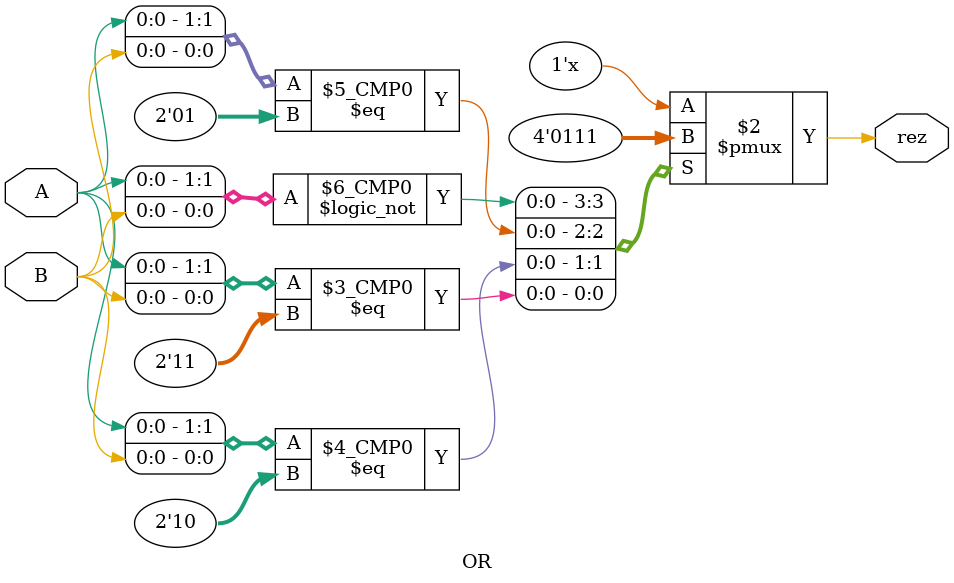
<source format=v>
`timescale 1ns / 1ps


// or edhe pse o built in primitive..
module OR(
    input A,
    input B,
    output reg rez
);

always @* begin
    case({A,B})
        2'b00: rez = 1'b0;
        2'b01: rez = 1'b1;
        2'b10: rez = 1'b1;
        2'b11: rez = 1'b1;
    endcase
end

endmodule

</source>
